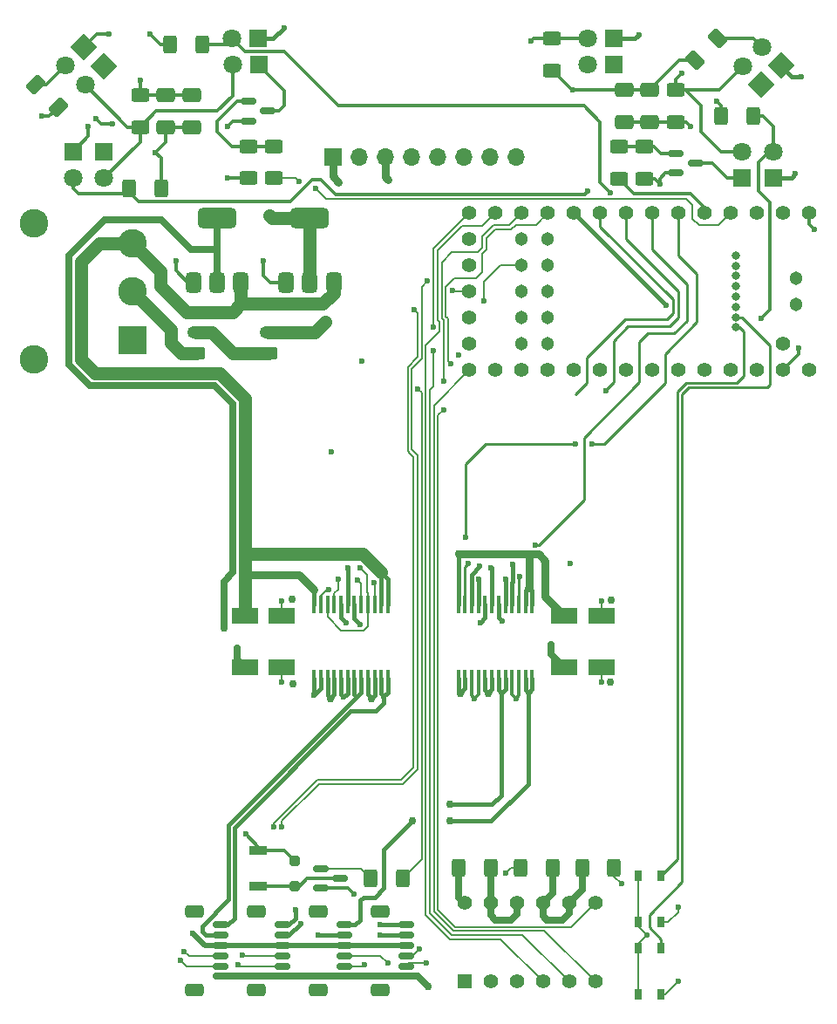
<source format=gtl>
G04 #@! TF.GenerationSoftware,KiCad,Pcbnew,9.0.0*
G04 #@! TF.CreationDate,2025-03-14T13:45:30-04:00*
G04 #@! TF.ProjectId,Gmouse,476d6f75-7365-42e6-9b69-6361645f7063,rev?*
G04 #@! TF.SameCoordinates,Original*
G04 #@! TF.FileFunction,Copper,L1,Top*
G04 #@! TF.FilePolarity,Positive*
%FSLAX46Y46*%
G04 Gerber Fmt 4.6, Leading zero omitted, Abs format (unit mm)*
G04 Created by KiCad (PCBNEW 9.0.0) date 2025-03-14 13:45:30*
%MOMM*%
%LPD*%
G01*
G04 APERTURE LIST*
G04 Aperture macros list*
%AMRoundRect*
0 Rectangle with rounded corners*
0 $1 Rounding radius*
0 $2 $3 $4 $5 $6 $7 $8 $9 X,Y pos of 4 corners*
0 Add a 4 corners polygon primitive as box body*
4,1,4,$2,$3,$4,$5,$6,$7,$8,$9,$2,$3,0*
0 Add four circle primitives for the rounded corners*
1,1,$1+$1,$2,$3*
1,1,$1+$1,$4,$5*
1,1,$1+$1,$6,$7*
1,1,$1+$1,$8,$9*
0 Add four rect primitives between the rounded corners*
20,1,$1+$1,$2,$3,$4,$5,0*
20,1,$1+$1,$4,$5,$6,$7,0*
20,1,$1+$1,$6,$7,$8,$9,0*
20,1,$1+$1,$8,$9,$2,$3,0*%
%AMRotRect*
0 Rectangle, with rotation*
0 The origin of the aperture is its center*
0 $1 length*
0 $2 width*
0 $3 Rotation angle, in degrees counterclockwise*
0 Add horizontal line*
21,1,$1,$2,0,0,$3*%
G04 Aperture macros list end*
G04 #@! TA.AperFunction,SMDPad,CuDef*
%ADD10RoundRect,0.150000X-0.587500X-0.150000X0.587500X-0.150000X0.587500X0.150000X-0.587500X0.150000X0*%
G04 #@! TD*
G04 #@! TA.AperFunction,SMDPad,CuDef*
%ADD11RoundRect,0.250000X0.625000X-0.400000X0.625000X0.400000X-0.625000X0.400000X-0.625000X-0.400000X0*%
G04 #@! TD*
G04 #@! TA.AperFunction,ComponentPad*
%ADD12R,1.700000X1.700000*%
G04 #@! TD*
G04 #@! TA.AperFunction,ComponentPad*
%ADD13O,1.700000X1.700000*%
G04 #@! TD*
G04 #@! TA.AperFunction,ComponentPad*
%ADD14RoundRect,0.250000X0.625000X-0.350000X0.625000X0.350000X-0.625000X0.350000X-0.625000X-0.350000X0*%
G04 #@! TD*
G04 #@! TA.AperFunction,ComponentPad*
%ADD15O,1.750000X1.200000*%
G04 #@! TD*
G04 #@! TA.AperFunction,SMDPad,CuDef*
%ADD16RoundRect,0.250000X-0.400000X-0.625000X0.400000X-0.625000X0.400000X0.625000X-0.400000X0.625000X0*%
G04 #@! TD*
G04 #@! TA.AperFunction,SMDPad,CuDef*
%ADD17RoundRect,0.250000X0.400000X0.625000X-0.400000X0.625000X-0.400000X-0.625000X0.400000X-0.625000X0*%
G04 #@! TD*
G04 #@! TA.AperFunction,SMDPad,CuDef*
%ADD18RoundRect,0.250000X-0.625000X0.400000X-0.625000X-0.400000X0.625000X-0.400000X0.625000X0.400000X0*%
G04 #@! TD*
G04 #@! TA.AperFunction,SMDPad,CuDef*
%ADD19RoundRect,0.250000X-1.050000X-0.550000X1.050000X-0.550000X1.050000X0.550000X-1.050000X0.550000X0*%
G04 #@! TD*
G04 #@! TA.AperFunction,ComponentPad*
%ADD20R,1.800000X1.800000*%
G04 #@! TD*
G04 #@! TA.AperFunction,ComponentPad*
%ADD21C,1.800000*%
G04 #@! TD*
G04 #@! TA.AperFunction,SMDPad,CuDef*
%ADD22RoundRect,0.250000X-0.650000X0.412500X-0.650000X-0.412500X0.650000X-0.412500X0.650000X0.412500X0*%
G04 #@! TD*
G04 #@! TA.AperFunction,SMDPad,CuDef*
%ADD23RoundRect,0.250000X-0.159099X0.724784X-0.724784X0.159099X0.159099X-0.724784X0.724784X-0.159099X0*%
G04 #@! TD*
G04 #@! TA.AperFunction,SMDPad,CuDef*
%ADD24RoundRect,0.250000X-0.724784X-0.159099X-0.159099X-0.724784X0.724784X0.159099X0.159099X0.724784X0*%
G04 #@! TD*
G04 #@! TA.AperFunction,ComponentPad*
%ADD25RotRect,1.800000X1.800000X225.000000*%
G04 #@! TD*
G04 #@! TA.AperFunction,SMDPad,CuDef*
%ADD26RoundRect,0.150000X0.625000X-0.150000X0.625000X0.150000X-0.625000X0.150000X-0.625000X-0.150000X0*%
G04 #@! TD*
G04 #@! TA.AperFunction,SMDPad,CuDef*
%ADD27RoundRect,0.250000X0.650000X-0.350000X0.650000X0.350000X-0.650000X0.350000X-0.650000X-0.350000X0*%
G04 #@! TD*
G04 #@! TA.AperFunction,SMDPad,CuDef*
%ADD28RoundRect,0.250000X0.650000X-0.412500X0.650000X0.412500X-0.650000X0.412500X-0.650000X-0.412500X0*%
G04 #@! TD*
G04 #@! TA.AperFunction,ComponentPad*
%ADD29R,1.397000X1.397000*%
G04 #@! TD*
G04 #@! TA.AperFunction,ComponentPad*
%ADD30C,1.397000*%
G04 #@! TD*
G04 #@! TA.AperFunction,ComponentPad*
%ADD31C,1.404000*%
G04 #@! TD*
G04 #@! TA.AperFunction,ComponentPad*
%ADD32C,1.304000*%
G04 #@! TD*
G04 #@! TA.AperFunction,ComponentPad*
%ADD33C,0.804000*%
G04 #@! TD*
G04 #@! TA.AperFunction,SMDPad,CuDef*
%ADD34R,0.450000X1.750000*%
G04 #@! TD*
G04 #@! TA.AperFunction,SMDPad,CuDef*
%ADD35R,0.750000X1.000000*%
G04 #@! TD*
G04 #@! TA.AperFunction,ComponentPad*
%ADD36R,2.775000X2.775000*%
G04 #@! TD*
G04 #@! TA.AperFunction,ComponentPad*
%ADD37C,2.775000*%
G04 #@! TD*
G04 #@! TA.AperFunction,ComponentPad*
%ADD38RotRect,1.800000X1.800000X135.000000*%
G04 #@! TD*
G04 #@! TA.AperFunction,SMDPad,CuDef*
%ADD39R,1.800000X0.900000*%
G04 #@! TD*
G04 #@! TA.AperFunction,SMDPad,CuDef*
%ADD40RoundRect,0.375000X0.375000X-0.625000X0.375000X0.625000X-0.375000X0.625000X-0.375000X-0.625000X0*%
G04 #@! TD*
G04 #@! TA.AperFunction,SMDPad,CuDef*
%ADD41RoundRect,0.500000X1.400000X-0.500000X1.400000X0.500000X-1.400000X0.500000X-1.400000X-0.500000X0*%
G04 #@! TD*
G04 #@! TA.AperFunction,SMDPad,CuDef*
%ADD42RoundRect,0.250000X-0.250000X0.250000X-0.250000X-0.250000X0.250000X-0.250000X0.250000X0.250000X0*%
G04 #@! TD*
G04 #@! TA.AperFunction,ViaPad*
%ADD43C,0.762000*%
G04 #@! TD*
G04 #@! TA.AperFunction,ViaPad*
%ADD44C,0.600000*%
G04 #@! TD*
G04 #@! TA.AperFunction,Conductor*
%ADD45C,1.270000*%
G04 #@! TD*
G04 #@! TA.AperFunction,Conductor*
%ADD46C,0.304800*%
G04 #@! TD*
G04 #@! TA.AperFunction,Conductor*
%ADD47C,0.381000*%
G04 #@! TD*
G04 #@! TA.AperFunction,Conductor*
%ADD48C,0.200000*%
G04 #@! TD*
G04 #@! TA.AperFunction,Conductor*
%ADD49C,0.635000*%
G04 #@! TD*
G04 #@! TA.AperFunction,Conductor*
%ADD50C,0.762000*%
G04 #@! TD*
G04 #@! TA.AperFunction,Conductor*
%ADD51C,0.508000*%
G04 #@! TD*
G04 #@! TA.AperFunction,Conductor*
%ADD52C,0.254000*%
G04 #@! TD*
G04 APERTURE END LIST*
D10*
X84062500Y-126050000D03*
X84062500Y-127950000D03*
X85937500Y-127000000D03*
D11*
X118500000Y-53550000D03*
X118500000Y-50450000D03*
D12*
X85220000Y-57000000D03*
D13*
X87760000Y-57000000D03*
X90300000Y-57000000D03*
X92840000Y-57000000D03*
X95380000Y-57000000D03*
X97920000Y-57000000D03*
X100460000Y-57000000D03*
X103000000Y-57000000D03*
D14*
X79000000Y-76000000D03*
D15*
X79000000Y-74000000D03*
D16*
X65450000Y-60000000D03*
X68550000Y-60000000D03*
D17*
X126050000Y-53000000D03*
X122950000Y-53000000D03*
D16*
X103450000Y-126000000D03*
X106550000Y-126000000D03*
D18*
X115500000Y-55950000D03*
X115500000Y-59050000D03*
D19*
X76700000Y-106500000D03*
X80300000Y-106500000D03*
X76700000Y-101500000D03*
X80300000Y-101500000D03*
X107700000Y-106500000D03*
X111300000Y-106500000D03*
D20*
X78000000Y-45485000D03*
D21*
X75460000Y-45485000D03*
D22*
X69000000Y-50937500D03*
X69000000Y-54062500D03*
D20*
X112540000Y-45485000D03*
D21*
X110000000Y-45485000D03*
D23*
X122596016Y-45403984D03*
X120403984Y-47596016D03*
D24*
X56403984Y-49903984D03*
X58596016Y-52096016D03*
D25*
X61072900Y-46269800D03*
D21*
X59276849Y-48065851D03*
D20*
X112540000Y-48000000D03*
D21*
X110000000Y-48000000D03*
D26*
X74325000Y-136500000D03*
X74325000Y-135500000D03*
X74325000Y-134500000D03*
X74325000Y-133500000D03*
X74325000Y-132500000D03*
X74325000Y-131500000D03*
D27*
X71800000Y-137800000D03*
X71800000Y-130200000D03*
D17*
X92000000Y-127000000D03*
X88900000Y-127000000D03*
D28*
X113500000Y-53562500D03*
X113500000Y-50437500D03*
D20*
X63000000Y-56460000D03*
D21*
X63000000Y-59000000D03*
D29*
X98000000Y-137000000D03*
D30*
X100540000Y-137000000D03*
X103080000Y-137000000D03*
X105620000Y-137000000D03*
X108160000Y-137000000D03*
X110700000Y-137000000D03*
X110700000Y-129380000D03*
X108160000Y-129380000D03*
X105620000Y-129380000D03*
X103080000Y-129380000D03*
X100540000Y-129380000D03*
X98000000Y-129380000D03*
D20*
X78040000Y-48000000D03*
D21*
X75500000Y-48000000D03*
D28*
X116000000Y-53562500D03*
X116000000Y-50437500D03*
D20*
X60000000Y-56460000D03*
D21*
X60000000Y-59000000D03*
D31*
X131510000Y-62380000D03*
X128970000Y-62380000D03*
X126430000Y-62380000D03*
X123890000Y-62380000D03*
X121350000Y-62380000D03*
X118810000Y-62380000D03*
X116270000Y-62380000D03*
X113730000Y-62380000D03*
X111190000Y-62380000D03*
X108650000Y-62380000D03*
X106110000Y-62380000D03*
X103570000Y-62380000D03*
X101030000Y-62380000D03*
X98490000Y-62380000D03*
X98490000Y-64920000D03*
X98490000Y-67460000D03*
X98490000Y-70000000D03*
X98490000Y-72540000D03*
X98490000Y-75080000D03*
X98490000Y-77620000D03*
X101030000Y-77620000D03*
X103570000Y-77620000D03*
X106110000Y-77620000D03*
X108650000Y-77620000D03*
X111190000Y-77620000D03*
X113730000Y-77620000D03*
X116270000Y-77620000D03*
X118810000Y-77620000D03*
X121350000Y-77620000D03*
X123890000Y-77620000D03*
X126430000Y-77620000D03*
X128970000Y-77620000D03*
X131510000Y-77620000D03*
X128970000Y-75080000D03*
D32*
X103570000Y-75080000D03*
X106110000Y-75080000D03*
X103570000Y-72540000D03*
X106110000Y-72540000D03*
X103570000Y-70000000D03*
X106110000Y-70000000D03*
X103570000Y-67460000D03*
X106110000Y-67460000D03*
X103570000Y-64920000D03*
X106110000Y-64920000D03*
D33*
X124371600Y-73500000D03*
X124371600Y-72500000D03*
X124371600Y-71500000D03*
X124371600Y-70500000D03*
X124371600Y-69500000D03*
X124371600Y-68500000D03*
X124371600Y-67500000D03*
X124371600Y-66500000D03*
D32*
X130240000Y-71270000D03*
X130240000Y-68730000D03*
D10*
X77062500Y-51550000D03*
X77062500Y-53450000D03*
X78937500Y-52500000D03*
D18*
X106500000Y-45450000D03*
X106500000Y-48550000D03*
X66500000Y-50950000D03*
X66500000Y-54050000D03*
D17*
X72550000Y-46000000D03*
X69450000Y-46000000D03*
D10*
X118562500Y-56600000D03*
X118562500Y-58500000D03*
X120437500Y-57550000D03*
D11*
X79500000Y-59000000D03*
X79500000Y-55900000D03*
D34*
X97425000Y-107600000D03*
X98075000Y-107600000D03*
X98725000Y-107600000D03*
X99375000Y-107600000D03*
X100025000Y-107600000D03*
X100675000Y-107600000D03*
X101325000Y-107600000D03*
X101975000Y-107600000D03*
X102625000Y-107600000D03*
X103275000Y-107600000D03*
X103925000Y-107600000D03*
X104575000Y-107600000D03*
X104575000Y-100400000D03*
X103925000Y-100400000D03*
X103275000Y-100400000D03*
X102625000Y-100400000D03*
X101975000Y-100400000D03*
X101325000Y-100400000D03*
X100675000Y-100400000D03*
X100025000Y-100400000D03*
X99375000Y-100400000D03*
X98725000Y-100400000D03*
X98075000Y-100400000D03*
X97425000Y-100400000D03*
D35*
X114925000Y-126750000D03*
X114925000Y-131250000D03*
X117075000Y-126750000D03*
X117075000Y-131250000D03*
D19*
X107700000Y-101500000D03*
X111300000Y-101500000D03*
D25*
X62971000Y-48167800D03*
D21*
X61174949Y-49963851D03*
D36*
X65765000Y-74700000D03*
D37*
X65765000Y-70000000D03*
X65765000Y-65300000D03*
X56235000Y-76605000D03*
X56235000Y-63395000D03*
D26*
X80325000Y-136500000D03*
X80325000Y-135500000D03*
X80325000Y-134500000D03*
X80325000Y-133500000D03*
X80325000Y-132500000D03*
X80325000Y-131500000D03*
D27*
X77800000Y-137800000D03*
X77800000Y-130200000D03*
D38*
X126832200Y-49971000D03*
D21*
X125036149Y-48174949D03*
D35*
X114925000Y-133750000D03*
X114925000Y-138250000D03*
X117075000Y-133750000D03*
X117075000Y-138250000D03*
D39*
X78000000Y-127750000D03*
X78000000Y-124250000D03*
D34*
X83425000Y-107600000D03*
X84075000Y-107600000D03*
X84725000Y-107600000D03*
X85375000Y-107600000D03*
X86025000Y-107600000D03*
X86675000Y-107600000D03*
X87325000Y-107600000D03*
X87975000Y-107600000D03*
X88625000Y-107600000D03*
X89275000Y-107600000D03*
X89925000Y-107600000D03*
X90575000Y-107600000D03*
X90575000Y-100400000D03*
X89925000Y-100400000D03*
X89275000Y-100400000D03*
X88625000Y-100400000D03*
X87975000Y-100400000D03*
X87325000Y-100400000D03*
X86675000Y-100400000D03*
X86025000Y-100400000D03*
X85375000Y-100400000D03*
X84725000Y-100400000D03*
X84075000Y-100400000D03*
X83425000Y-100400000D03*
D20*
X128000000Y-59000000D03*
D21*
X128000000Y-56460000D03*
D38*
X128730200Y-48072900D03*
D21*
X126934149Y-46276849D03*
D26*
X92325000Y-136500000D03*
X92325000Y-135500000D03*
X92325000Y-134500000D03*
X92325000Y-133500000D03*
X92325000Y-132500000D03*
X92325000Y-131500000D03*
D27*
X89800000Y-137800000D03*
X89800000Y-130200000D03*
D14*
X72000000Y-76000000D03*
D15*
X72000000Y-74000000D03*
D18*
X77000000Y-55900000D03*
X77000000Y-59000000D03*
D40*
X71700000Y-69150000D03*
X74000000Y-69150000D03*
D41*
X74000000Y-62850000D03*
D40*
X76300000Y-69150000D03*
D26*
X86325000Y-136500000D03*
X86325000Y-135500000D03*
X86325000Y-134500000D03*
X86325000Y-133500000D03*
X86325000Y-132500000D03*
X86325000Y-131500000D03*
D27*
X83800000Y-137800000D03*
X83800000Y-130200000D03*
D22*
X71500000Y-50937500D03*
X71500000Y-54062500D03*
D42*
X81500000Y-125250000D03*
X81500000Y-127750000D03*
D16*
X97450000Y-126000000D03*
X100550000Y-126000000D03*
D20*
X125000000Y-59000000D03*
D21*
X125000000Y-56460000D03*
D16*
X109450000Y-126000000D03*
X112550000Y-126000000D03*
D11*
X113000000Y-59050000D03*
X113000000Y-55950000D03*
D40*
X80700000Y-69150000D03*
X83000000Y-69150000D03*
D41*
X83000000Y-62850000D03*
D40*
X85300000Y-69150000D03*
D43*
X112200000Y-107900000D03*
X112300000Y-100000000D03*
X94500000Y-137500000D03*
X90600000Y-59200000D03*
X85000000Y-109500000D03*
D44*
X75000000Y-59000000D03*
D43*
X81300000Y-99900000D03*
D44*
X99000000Y-109500000D03*
X103000000Y-109500000D03*
X57000000Y-53000000D03*
X87900000Y-102300000D03*
D43*
X81400000Y-108100000D03*
D44*
X68000000Y-56500000D03*
X78500000Y-67000000D03*
X132000000Y-64000000D03*
X117000000Y-59550000D03*
X111300000Y-107926000D03*
X80300000Y-107909800D03*
X67500000Y-45000000D03*
X70000000Y-67000000D03*
X80300000Y-100077100D03*
X108500000Y-50437500D03*
X111300000Y-100071000D03*
D43*
X84500000Y-73000000D03*
D44*
X75000000Y-54000000D03*
X101700000Y-102000000D03*
X96850000Y-69950000D03*
X122500000Y-51500000D03*
D43*
X89000000Y-109500000D03*
D44*
X106000000Y-131000000D03*
X87250000Y-128500000D03*
X130500000Y-75500000D03*
D43*
X97450000Y-95500000D03*
X105850000Y-99650000D03*
X88150000Y-95500000D03*
X76700000Y-97500000D03*
X74650000Y-102700000D03*
D44*
X103080000Y-130420000D03*
X106400000Y-104300000D03*
X80500000Y-44400000D03*
X99531000Y-102150000D03*
X75900000Y-104600000D03*
X120000000Y-54000000D03*
D43*
X85800000Y-59400000D03*
D44*
X130150000Y-58600000D03*
X71600000Y-132300000D03*
X63500000Y-45000000D03*
X61500000Y-54000000D03*
D43*
X79100000Y-62600000D03*
D44*
X130750000Y-49150000D03*
X115750000Y-132500000D03*
X114950000Y-45100000D03*
X86519000Y-102150000D03*
X66500000Y-49500000D03*
X76800000Y-122700000D03*
X93646900Y-133800300D03*
X89800000Y-131500000D03*
D43*
X97600000Y-109000000D03*
D44*
X89800000Y-132500000D03*
D43*
X100300000Y-109000000D03*
D44*
X94291500Y-135194100D03*
D43*
X96600000Y-121400000D03*
X93000000Y-121400000D03*
D44*
X88322700Y-135391200D03*
X99900000Y-70900000D03*
X93100000Y-71800000D03*
X79500000Y-122000000D03*
X76050000Y-135350000D03*
X80300000Y-122000000D03*
X76450000Y-134400000D03*
X94400000Y-69000000D03*
X86300000Y-109400000D03*
X82100000Y-131350000D03*
X87550000Y-109350000D03*
X70400000Y-134900000D03*
X70800000Y-134050000D03*
X110000000Y-60300000D03*
X63800000Y-53700000D03*
X62200000Y-53200000D03*
X112200000Y-60400000D03*
X104500000Y-45700000D03*
X126800000Y-72650000D03*
X81950000Y-59300000D03*
X83550000Y-60000000D03*
X83800000Y-132500000D03*
D43*
X96600000Y-119800000D03*
D44*
X90547100Y-135194100D03*
X108800000Y-84800000D03*
X110400000Y-84800000D03*
X98400000Y-96400000D03*
X98100000Y-93900000D03*
X104900000Y-94600000D03*
X103400000Y-97700000D03*
X119100000Y-48850000D03*
X99511700Y-96688300D03*
X102700000Y-96500000D03*
X117600000Y-71330000D03*
X86700000Y-96800000D03*
X100600000Y-96800000D03*
X99400000Y-97900000D03*
X101975000Y-97925000D03*
X90200000Y-109300000D03*
X88059600Y-76737300D03*
X87838100Y-96807100D03*
X87641200Y-98003500D03*
X85728400Y-97948500D03*
X97457400Y-76152600D03*
X108252400Y-96399300D03*
X89212300Y-98316700D03*
X111717100Y-79634300D03*
X84805800Y-98972200D03*
X85089200Y-85578600D03*
X81600000Y-130000000D03*
X83425000Y-109175000D03*
X113250000Y-127500000D03*
X118750000Y-129750000D03*
X118750000Y-137000000D03*
X102000000Y-126500000D03*
X96650000Y-77000000D03*
X93500000Y-79500000D03*
X96000000Y-78750000D03*
X96000000Y-81500000D03*
X95000000Y-75750000D03*
X95000000Y-73500000D03*
D45*
X73500000Y-74000000D02*
X75500000Y-76000000D01*
X72000000Y-74000000D02*
X73500000Y-74000000D01*
X75500000Y-76000000D02*
X79000000Y-76000000D01*
X69500000Y-75000000D02*
X69500000Y-73735000D01*
X70500000Y-76000000D02*
X69500000Y-75000000D01*
X72000000Y-76000000D02*
X70500000Y-76000000D01*
X69500000Y-73735000D02*
X65765000Y-70000000D01*
D46*
X68000000Y-56500000D02*
X69000000Y-55500000D01*
X108500000Y-50437500D02*
X113500000Y-50437500D01*
D47*
X101325000Y-101625000D02*
X101700000Y-102000000D01*
D46*
X113500000Y-50437500D02*
X116000000Y-50437500D01*
X71500000Y-54062500D02*
X69000000Y-54062500D01*
D47*
X84725000Y-107600000D02*
X84725000Y-109225000D01*
D48*
X118562000Y-58500000D02*
X118562500Y-58500000D01*
D47*
X89000000Y-109500000D02*
X89275000Y-109225000D01*
D46*
X131510000Y-63510000D02*
X132000000Y-64000000D01*
D49*
X106000000Y-131000000D02*
X107500000Y-131000000D01*
D47*
X88625000Y-107600000D02*
X88625000Y-109125000D01*
D46*
X75550000Y-53450000D02*
X75000000Y-54000000D01*
X115500000Y-59050000D02*
X116500000Y-59050000D01*
X68550000Y-57050000D02*
X68000000Y-56500000D01*
X99375000Y-109125000D02*
X99375000Y-107600000D01*
X84062500Y-127950000D02*
X86700000Y-127950000D01*
D49*
X92325000Y-136500000D02*
X93500000Y-136500000D01*
D46*
X122950000Y-53000000D02*
X122950000Y-51950000D01*
X116500000Y-59050000D02*
X117000000Y-59550000D01*
X131510000Y-62380000D02*
X131510000Y-63510000D01*
X69450000Y-46000000D02*
X68500000Y-46000000D01*
D50*
X90300000Y-57000000D02*
X90300000Y-58900000D01*
D49*
X106550000Y-128450000D02*
X105620000Y-129380000D01*
D47*
X87325000Y-100400000D02*
X87325000Y-101725000D01*
D48*
X111300000Y-100071000D02*
X111300000Y-101500000D01*
D47*
X85375000Y-109125000D02*
X85375000Y-107600000D01*
D49*
X86325000Y-136500000D02*
X92325000Y-136500000D01*
X108160000Y-130340000D02*
X108160000Y-129380000D01*
D46*
X128970000Y-77620000D02*
X130500000Y-76090000D01*
X103275000Y-109225000D02*
X103275000Y-107600000D01*
X106550000Y-48550000D02*
X108438000Y-50437500D01*
X122950000Y-51950000D02*
X122500000Y-51500000D01*
X71150000Y-69150000D02*
X70000000Y-68000000D01*
X118841000Y-47596000D02*
X116000000Y-50437500D01*
X130500000Y-76090000D02*
X130500000Y-75500000D01*
X98725000Y-109225000D02*
X99000000Y-109500000D01*
D47*
X87325000Y-101725000D02*
X87900000Y-102300000D01*
D46*
X108438000Y-50437500D02*
X108500000Y-50437500D01*
X99000000Y-109500000D02*
X99375000Y-109125000D01*
X70000000Y-68000000D02*
X70000000Y-67000000D01*
D49*
X105620000Y-129380000D02*
X105620000Y-130620000D01*
D46*
X57692000Y-53000000D02*
X57000000Y-53000000D01*
X79150000Y-69150000D02*
X78500000Y-68500000D01*
X58596000Y-52096000D02*
X57692000Y-53000000D01*
X80700000Y-69150000D02*
X79150000Y-69150000D01*
D49*
X80325000Y-136500000D02*
X86325000Y-136500000D01*
D46*
X103000000Y-109500000D02*
X103275000Y-109225000D01*
X86700000Y-127950000D02*
X87250000Y-128500000D01*
D47*
X101325000Y-100400000D02*
X101325000Y-101625000D01*
D45*
X79000000Y-74000000D02*
X83500000Y-74000000D01*
D49*
X109450000Y-128090000D02*
X108160000Y-129380000D01*
D50*
X90300000Y-58900000D02*
X90600000Y-59200000D01*
D46*
X117000000Y-59050000D02*
X117550000Y-58500000D01*
X117550000Y-58500000D02*
X118562000Y-58500000D01*
D48*
X98490000Y-70000000D02*
X96900000Y-70000000D01*
D47*
X88625000Y-109125000D02*
X89000000Y-109500000D01*
D46*
X77000000Y-59000000D02*
X75000000Y-59000000D01*
D49*
X93500000Y-136500000D02*
X94500000Y-137500000D01*
D46*
X77062500Y-53450000D02*
X75550000Y-53450000D01*
D47*
X85000000Y-109500000D02*
X85375000Y-109125000D01*
D46*
X68550000Y-60000000D02*
X68550000Y-57050000D01*
D49*
X105620000Y-130620000D02*
X106000000Y-131000000D01*
D46*
X120404000Y-47596000D02*
X118841000Y-47596000D01*
D49*
X109450000Y-126000000D02*
X109450000Y-128090000D01*
D46*
X69000000Y-55500000D02*
X69000000Y-54062500D01*
D48*
X96900000Y-70000000D02*
X96850000Y-69950000D01*
D46*
X102625000Y-107600000D02*
X102625000Y-109125000D01*
D48*
X80300000Y-107909800D02*
X80300000Y-106500000D01*
D47*
X89275000Y-109225000D02*
X89275000Y-107600000D01*
D49*
X107500000Y-131000000D02*
X108160000Y-130340000D01*
D46*
X78500000Y-68500000D02*
X78500000Y-67000000D01*
D47*
X84725000Y-109225000D02*
X85000000Y-109500000D01*
D46*
X117000000Y-59550000D02*
X117000000Y-59050000D01*
X98725000Y-107600000D02*
X98725000Y-109225000D01*
X71700000Y-69150000D02*
X71150000Y-69150000D01*
D49*
X74325000Y-136500000D02*
X80325000Y-136500000D01*
D48*
X80300000Y-100077100D02*
X80300000Y-101500000D01*
D49*
X106550000Y-126000000D02*
X106550000Y-128450000D01*
D45*
X83500000Y-74000000D02*
X84500000Y-73000000D01*
D46*
X106500000Y-48550000D02*
X106550000Y-48550000D01*
X68500000Y-46000000D02*
X67500000Y-45000000D01*
X102625000Y-109125000D02*
X103000000Y-109500000D01*
D48*
X111300000Y-106500000D02*
X111300000Y-107926000D01*
D45*
X76700000Y-95500000D02*
X76700000Y-97500000D01*
X75500000Y-72000000D02*
X71000000Y-72000000D01*
X88150000Y-95500000D02*
X76700000Y-95500000D01*
D47*
X104575000Y-99075000D02*
X104250000Y-98750000D01*
X97425000Y-95525000D02*
X97450000Y-95500000D01*
X90575000Y-97925000D02*
X89925000Y-97275000D01*
D45*
X89925000Y-97275000D02*
X88150000Y-95500000D01*
D50*
X104300000Y-98700000D02*
X104250000Y-98750000D01*
X104300000Y-95500000D02*
X105200000Y-95500000D01*
D45*
X76700000Y-80400000D02*
X76700000Y-95500000D01*
X76300000Y-69150000D02*
X76300000Y-71200000D01*
D50*
X105850000Y-99650000D02*
X107700000Y-101500000D01*
D45*
X74250000Y-77950000D02*
X76700000Y-80400000D01*
X65765000Y-65300000D02*
X62600000Y-65300000D01*
X62600000Y-65300000D02*
X60750000Y-67150000D01*
X60750000Y-67150000D02*
X60750000Y-76600000D01*
X71000000Y-72000000D02*
X68500000Y-69500000D01*
X84250000Y-71200000D02*
X85300000Y-70150000D01*
D47*
X104575000Y-100400000D02*
X104575000Y-99075000D01*
D45*
X76300000Y-71200000D02*
X75500000Y-72000000D01*
X76300000Y-71200000D02*
X84250000Y-71200000D01*
X68500000Y-69500000D02*
X68500000Y-68035000D01*
D47*
X83425000Y-100400000D02*
X83425000Y-98975000D01*
X104250000Y-98750000D02*
X103925000Y-99075000D01*
D50*
X81950000Y-97500000D02*
X76700000Y-97500000D01*
D45*
X62100000Y-77950000D02*
X74250000Y-77950000D01*
D47*
X90575000Y-100400000D02*
X90575000Y-97925000D01*
D45*
X76700000Y-97500000D02*
X76700000Y-101500000D01*
D50*
X97450000Y-95500000D02*
X104300000Y-95500000D01*
X105200000Y-95500000D02*
X105850000Y-96150000D01*
X83425000Y-98975000D02*
X81950000Y-97500000D01*
D47*
X89925000Y-100400000D02*
X89925000Y-97275000D01*
D45*
X60750000Y-76600000D02*
X62100000Y-77950000D01*
X68500000Y-68035000D02*
X65765000Y-65300000D01*
X85300000Y-70150000D02*
X85300000Y-69150000D01*
D50*
X104300000Y-95500000D02*
X104300000Y-98700000D01*
X105850000Y-96150000D02*
X105850000Y-99650000D01*
D47*
X103925000Y-99075000D02*
X103925000Y-100400000D01*
X97425000Y-100400000D02*
X97425000Y-95525000D01*
D49*
X59596500Y-66503500D02*
X59596500Y-77077800D01*
X59596500Y-77077800D02*
X61622200Y-79103500D01*
X61622200Y-79103500D02*
X73772200Y-79103500D01*
X74000000Y-65950000D02*
X71450000Y-65950000D01*
X68550000Y-63050000D02*
X63050000Y-63050000D01*
X75546500Y-97253500D02*
X74650000Y-98150000D01*
X74650000Y-98150000D02*
X74650000Y-102700000D01*
X71450000Y-65950000D02*
X68550000Y-63050000D01*
X74000000Y-65950000D02*
X74000000Y-62850000D01*
X75546500Y-80877800D02*
X75546500Y-97253500D01*
X74000000Y-69150000D02*
X74000000Y-65950000D01*
X63050000Y-63050000D02*
X59596500Y-66503500D01*
X73772200Y-79103500D02*
X75546500Y-80877800D01*
X76700000Y-106500000D02*
X75900000Y-105700000D01*
D47*
X129807000Y-49150000D02*
X130750000Y-49150000D01*
D46*
X78000000Y-124250000D02*
X80500000Y-124250000D01*
D49*
X100540000Y-130540000D02*
X100540000Y-129380000D01*
D50*
X85220000Y-57000000D02*
X85220000Y-58820000D01*
X85220000Y-58820000D02*
X85800000Y-59400000D01*
D47*
X100025000Y-101656000D02*
X100025000Y-100400000D01*
D49*
X103080000Y-130420000D02*
X102500000Y-131000000D01*
D48*
X69000000Y-50943800D02*
X69000000Y-50937500D01*
D46*
X118500000Y-53550000D02*
X119550000Y-53550000D01*
D47*
X128000000Y-59000000D02*
X129750000Y-59000000D01*
X128730000Y-48072900D02*
X129807000Y-49150000D01*
D46*
X116000000Y-53562500D02*
X118488000Y-53562500D01*
D45*
X83000000Y-62850000D02*
X79350000Y-62850000D01*
D48*
X114925000Y-133325000D02*
X114925000Y-133750000D01*
D46*
X78000000Y-123900000D02*
X76800000Y-122700000D01*
X61500000Y-54960000D02*
X61500000Y-54000000D01*
D49*
X103080000Y-130420000D02*
X103080000Y-129380000D01*
D51*
X80325000Y-133500000D02*
X74325000Y-133500000D01*
D47*
X79415000Y-45485000D02*
X80500000Y-44400000D01*
D49*
X100550000Y-126000000D02*
X100550000Y-129370000D01*
D46*
X61072900Y-46269800D02*
X62342700Y-45000000D01*
D51*
X86325000Y-133500000D02*
X92325000Y-133500000D01*
D46*
X78000000Y-124250000D02*
X78000000Y-123900000D01*
D47*
X78000000Y-45485000D02*
X79415000Y-45485000D01*
D45*
X79350000Y-62850000D02*
X79100000Y-62600000D01*
D48*
X114925000Y-126750000D02*
X114925000Y-131250000D01*
D47*
X112540000Y-45485000D02*
X114565000Y-45485000D01*
X129750000Y-59000000D02*
X130150000Y-58600000D01*
D46*
X66500000Y-50950000D02*
X68993800Y-50950000D01*
D48*
X114925000Y-133750000D02*
X114925000Y-138250000D01*
D46*
X66500000Y-50950000D02*
X66500000Y-49500000D01*
X71487500Y-50950000D02*
X71500000Y-50937500D01*
D49*
X107700000Y-106500000D02*
X106400000Y-105200000D01*
D51*
X74325000Y-133500000D02*
X72800000Y-133500000D01*
D46*
X118488000Y-53562500D02*
X118500000Y-53550000D01*
D49*
X75900000Y-105700000D02*
X75900000Y-104600000D01*
D47*
X86025000Y-101656000D02*
X86025000Y-100400000D01*
D49*
X106400000Y-105200000D02*
X106400000Y-104300000D01*
X102500000Y-131000000D02*
X101000000Y-131000000D01*
X100550000Y-129370000D02*
X100540000Y-129380000D01*
D46*
X62342700Y-45000000D02*
X63500000Y-45000000D01*
D47*
X99531000Y-102150000D02*
X100025000Y-101656000D01*
D45*
X83000000Y-69150000D02*
X83000000Y-62850000D01*
D46*
X119550000Y-53550000D02*
X120000000Y-54000000D01*
X68993800Y-50950000D02*
X71487500Y-50950000D01*
X80500000Y-124250000D02*
X81500000Y-125250000D01*
D51*
X80325000Y-133500000D02*
X86325000Y-133500000D01*
X72800000Y-133500000D02*
X71600000Y-132300000D01*
D49*
X101000000Y-131000000D02*
X100540000Y-130540000D01*
D48*
X114925000Y-131675000D02*
X115750000Y-132500000D01*
X68993800Y-50950000D02*
X69000000Y-50943800D01*
D47*
X114565000Y-45485000D02*
X114950000Y-45100000D01*
X86519000Y-102150000D02*
X86025000Y-101656000D01*
D46*
X113500000Y-53562500D02*
X116000000Y-53562500D01*
X60000000Y-56460000D02*
X61500000Y-54960000D01*
D48*
X115750000Y-132500000D02*
X114925000Y-133325000D01*
X114925000Y-131250000D02*
X114925000Y-131675000D01*
X93646900Y-133800300D02*
X92947200Y-134500000D01*
X92947200Y-134500000D02*
X92325000Y-134500000D01*
D47*
X92325000Y-131500000D02*
X89800000Y-131500000D01*
X97600000Y-109000000D02*
X98075000Y-108525000D01*
X97425000Y-108825000D02*
X97600000Y-109000000D01*
X98075000Y-108525000D02*
X98075000Y-107600000D01*
X97425000Y-107600000D02*
X97425000Y-108825000D01*
X100025000Y-107600000D02*
X100025000Y-108725000D01*
X100300000Y-109000000D02*
X100675000Y-108625000D01*
X100675000Y-108625000D02*
X100675000Y-107600000D01*
X100025000Y-108725000D02*
X100300000Y-109000000D01*
X92325000Y-132500000D02*
X89800000Y-132500000D01*
D48*
X92630900Y-135194100D02*
X92325000Y-135500000D01*
X94291500Y-135194100D02*
X92630900Y-135194100D01*
D47*
X104200000Y-109000000D02*
X104575000Y-108625000D01*
X93000000Y-121400000D02*
X90200000Y-124200000D01*
X100600000Y-121400000D02*
X96600000Y-121400000D01*
X104200000Y-109000000D02*
X104200000Y-117800000D01*
X103925000Y-108725000D02*
X104200000Y-109000000D01*
X87400000Y-131500000D02*
X86325000Y-131500000D01*
X87900000Y-131000000D02*
X87400000Y-131500000D01*
X88200000Y-128800000D02*
X87900000Y-129100000D01*
X90200000Y-127900000D02*
X89300000Y-128800000D01*
X87900000Y-129100000D02*
X87900000Y-131000000D01*
X104200000Y-117800000D02*
X100600000Y-121400000D01*
X104575000Y-108625000D02*
X104575000Y-107600000D01*
X89300000Y-128800000D02*
X88200000Y-128800000D01*
X103925000Y-107600000D02*
X103925000Y-108725000D01*
X90200000Y-124200000D02*
X90200000Y-127900000D01*
D48*
X86325000Y-135500000D02*
X88213900Y-135500000D01*
X88213900Y-135500000D02*
X88322700Y-135391200D01*
X92498000Y-77334900D02*
X93366400Y-76466400D01*
X93448000Y-76384900D02*
X93448000Y-72148000D01*
X93448000Y-72148000D02*
X93100000Y-71800000D01*
X80325000Y-135500000D02*
X76200000Y-135500000D01*
X91833900Y-117399000D02*
X93047000Y-116186000D01*
X79500000Y-121633000D02*
X83499000Y-117634000D01*
X83499000Y-117634000D02*
X83733900Y-117399000D01*
X93047000Y-116186000D02*
X93047000Y-86066100D01*
X92498000Y-85517100D02*
X92498000Y-77334900D01*
X93047000Y-86066100D02*
X92690400Y-85709600D01*
X92690400Y-85709600D02*
X92498000Y-85517100D01*
X99900000Y-70900000D02*
X99900000Y-69100000D01*
X79500000Y-122000000D02*
X79500000Y-121633000D01*
X93366400Y-76466400D02*
X93448000Y-76384900D01*
X76200000Y-135500000D02*
X76050000Y-135350000D01*
X101540000Y-67460000D02*
X103570000Y-67460000D01*
X83733900Y-117399000D02*
X91833900Y-117399000D01*
X99900000Y-69100000D02*
X101540000Y-67460000D01*
X83900000Y-117800000D02*
X92000000Y-117800000D01*
X80325000Y-134500000D02*
X76550000Y-134500000D01*
X92899000Y-85351000D02*
X92899000Y-77501000D01*
X80300000Y-121400000D02*
X83900000Y-117800000D01*
X92000000Y-117800000D02*
X93448000Y-116352000D01*
X80300000Y-122000000D02*
X80300000Y-121400000D01*
X93849000Y-69551000D02*
X94400000Y-69000000D01*
X93849000Y-76551000D02*
X93849000Y-69551000D01*
X76550000Y-134500000D02*
X76450000Y-134400000D01*
X92899000Y-77501000D02*
X93849000Y-76551000D01*
X93448000Y-116352000D02*
X93448000Y-85900000D01*
X93448000Y-85900000D02*
X92899000Y-85351000D01*
D47*
X86025000Y-107600000D02*
X86025000Y-109125000D01*
X86025000Y-109125000D02*
X86300000Y-109400000D01*
X86300000Y-109400000D02*
X86675000Y-109025000D01*
X80950000Y-132500000D02*
X80325000Y-132500000D01*
X82100000Y-131350000D02*
X80950000Y-132500000D01*
X86675000Y-109025000D02*
X86675000Y-107600000D01*
X87325000Y-109125000D02*
X87550000Y-109350000D01*
X87550000Y-109350000D02*
X87975000Y-108925000D01*
X72550000Y-131600000D02*
X72550000Y-132150000D01*
X75100000Y-121800000D02*
X75100000Y-129050000D01*
X72550000Y-132150000D02*
X72900000Y-132500000D01*
X87975000Y-108925000D02*
X87975000Y-107600000D01*
X75100000Y-129050000D02*
X72550000Y-131600000D01*
X72900000Y-132500000D02*
X74325000Y-132500000D01*
X87325000Y-107600000D02*
X87325000Y-109125000D01*
X87550000Y-109350000D02*
X75100000Y-121800000D01*
D48*
X71000000Y-135500000D02*
X70400000Y-134900000D01*
X74325000Y-135500000D02*
X71000000Y-135500000D01*
X74325000Y-134500000D02*
X71250000Y-134500000D01*
X71250000Y-134500000D02*
X70800000Y-134050000D01*
D46*
X82750000Y-127000000D02*
X85937500Y-127000000D01*
X78000000Y-127750000D02*
X81500000Y-127750000D01*
X82000000Y-127750000D02*
X82750000Y-127000000D01*
X81500000Y-127750000D02*
X82000000Y-127750000D01*
X66400000Y-61300000D02*
X81100000Y-61300000D01*
X109703000Y-60596600D02*
X110000000Y-60300000D01*
X60500000Y-60500000D02*
X64950000Y-60500000D01*
X81100000Y-61300000D02*
X83200000Y-59200000D01*
X83200000Y-59200000D02*
X84100000Y-59200000D01*
X65450000Y-60000000D02*
X65450000Y-60350000D01*
X64950000Y-60500000D02*
X65450000Y-60000000D01*
X60000000Y-59000000D02*
X60000000Y-60000000D01*
X60000000Y-60000000D02*
X60500000Y-60500000D01*
X84100000Y-59200000D02*
X85496600Y-60596600D01*
X65450000Y-60350000D02*
X66400000Y-61300000D01*
X85496600Y-60596600D02*
X109703000Y-60596600D01*
X56404000Y-49904000D02*
X57438800Y-49904000D01*
D48*
X59276800Y-48066000D02*
X59276800Y-48065900D01*
D46*
X59276800Y-48066000D02*
X59276900Y-48065900D01*
X62700000Y-53700000D02*
X63800000Y-53700000D01*
X62200000Y-53200000D02*
X62700000Y-53700000D01*
X57438800Y-49904000D02*
X59276800Y-48066000D01*
X74945000Y-46000000D02*
X75460000Y-45485000D01*
X109600000Y-52000000D02*
X111200000Y-53600000D01*
X111200000Y-53600000D02*
X111200000Y-59400000D01*
X75460000Y-45485000D02*
X76721600Y-46746600D01*
X72550000Y-46000000D02*
X74945000Y-46000000D01*
X111200000Y-59400000D02*
X112200000Y-60400000D01*
X76721600Y-46746600D02*
X80546600Y-46746600D01*
X80546600Y-46746600D02*
X85800000Y-52000000D01*
X85800000Y-52000000D02*
X109600000Y-52000000D01*
X104750000Y-45450000D02*
X104500000Y-45700000D01*
X109965000Y-45450000D02*
X110000000Y-45485000D01*
X106500000Y-45450000D02*
X104750000Y-45450000D01*
X106500000Y-45450000D02*
X109965000Y-45450000D01*
D48*
X126085600Y-45428300D02*
X126085500Y-45428300D01*
X126085500Y-45428300D02*
X126085400Y-45428400D01*
D46*
X126085400Y-45428400D02*
X126934000Y-46276900D01*
D48*
X126934100Y-46276800D02*
X126085600Y-45428300D01*
D46*
X122596000Y-45404000D02*
X126061000Y-45404000D01*
X126061000Y-45404000D02*
X126085400Y-45428400D01*
X127700000Y-71750000D02*
X126800000Y-72650000D01*
X127700000Y-61400000D02*
X127700000Y-71750000D01*
X127760000Y-56700000D02*
X127300000Y-56700000D01*
X126550000Y-57450000D02*
X126550000Y-60250000D01*
X126550000Y-60250000D02*
X127700000Y-61400000D01*
X127000000Y-53000000D02*
X128000000Y-54000000D01*
X128000000Y-54000000D02*
X128000000Y-56460000D01*
X126050000Y-53000000D02*
X127000000Y-53000000D01*
X127300000Y-56700000D02*
X126550000Y-57450000D01*
X128000000Y-56460000D02*
X127760000Y-56700000D01*
D48*
X87950000Y-126050000D02*
X88900000Y-127000000D01*
X84062500Y-126050000D02*
X87950000Y-126050000D01*
X120150000Y-62950000D02*
X120150000Y-61650000D01*
X84600000Y-61050000D02*
X83550000Y-60000000D01*
X123890000Y-62380000D02*
X122670000Y-63600000D01*
X81950000Y-59300000D02*
X81650000Y-59000000D01*
X122670000Y-63600000D02*
X120800000Y-63600000D01*
X120150000Y-61650000D02*
X119550000Y-61050000D01*
X119550000Y-61050000D02*
X84600000Y-61050000D01*
X81650000Y-59000000D02*
X79500000Y-59000000D01*
X120800000Y-63600000D02*
X120150000Y-62950000D01*
D46*
X114450000Y-60500000D02*
X113000000Y-59050000D01*
X121350000Y-61850000D02*
X120000000Y-60500000D01*
X121350000Y-62380000D02*
X121350000Y-61850000D01*
X120000000Y-60500000D02*
X114450000Y-60500000D01*
D47*
X101325000Y-108725000D02*
X101600000Y-109000000D01*
X101325000Y-107600000D02*
X101325000Y-108725000D01*
X101600000Y-118900000D02*
X100700000Y-119800000D01*
X101600000Y-109000000D02*
X101600000Y-118900000D01*
X100700000Y-119800000D02*
X96600000Y-119800000D01*
X101975000Y-108625000D02*
X101975000Y-107600000D01*
X86325000Y-132500000D02*
X83800000Y-132500000D01*
X101600000Y-109000000D02*
X101975000Y-108625000D01*
D48*
X89853000Y-134500000D02*
X90547100Y-135194100D01*
X86325000Y-134500000D02*
X89853000Y-134500000D01*
D49*
X97450000Y-128830000D02*
X98000000Y-129380000D01*
X97450000Y-126000000D02*
X97450000Y-128830000D01*
D52*
X118810000Y-66510000D02*
X120600000Y-68300000D01*
X100100000Y-84800000D02*
X98100000Y-86800000D01*
X117500000Y-76100000D02*
X117500000Y-78900000D01*
X120600000Y-73000000D02*
X117500000Y-76100000D01*
X98100000Y-86800000D02*
X98100000Y-93900000D01*
X118810000Y-62380000D02*
X118810000Y-66510000D01*
X108800000Y-84800000D02*
X100100000Y-84800000D01*
X117500000Y-78900000D02*
X111600000Y-84800000D01*
X98075000Y-100400000D02*
X98075000Y-96725000D01*
X111600000Y-84800000D02*
X110400000Y-84800000D01*
X120600000Y-68300000D02*
X120600000Y-73000000D01*
X98075000Y-96725000D02*
X98400000Y-96400000D01*
X105200000Y-94600000D02*
X104900000Y-94600000D01*
X109600000Y-84200000D02*
X109600000Y-90200000D01*
X115000000Y-74900000D02*
X115000000Y-78800000D01*
X116270000Y-62380000D02*
X116270000Y-65970000D01*
X115800000Y-74100000D02*
X115000000Y-74900000D01*
X109600000Y-90200000D02*
X105200000Y-94600000D01*
X103275000Y-100400000D02*
X103275000Y-97825000D01*
X115000000Y-78800000D02*
X109600000Y-84200000D01*
X103275000Y-97825000D02*
X103400000Y-97700000D01*
X116270000Y-65970000D02*
X119600000Y-69300000D01*
X118400000Y-74100000D02*
X115800000Y-74100000D01*
X119600000Y-72900000D02*
X118400000Y-74100000D01*
X119600000Y-69300000D02*
X119600000Y-72900000D01*
D46*
X65261000Y-54050000D02*
X66500000Y-54050000D01*
X68050000Y-52500000D02*
X74000000Y-52500000D01*
X75500000Y-51000000D02*
X75500000Y-48000000D01*
X63000000Y-59000000D02*
X66500000Y-55500000D01*
X74000000Y-52500000D02*
X75500000Y-51000000D01*
X61174900Y-49963900D02*
X65261000Y-54050000D01*
X66500000Y-55500000D02*
X66500000Y-54050000D01*
X66500000Y-54050000D02*
X68050000Y-52500000D01*
X80500000Y-52000000D02*
X80500000Y-50500000D01*
X80500000Y-50500000D02*
X78040000Y-48040000D01*
X80000000Y-52500000D02*
X80500000Y-52000000D01*
X78040000Y-48040000D02*
X78040000Y-48000000D01*
X78937500Y-52500000D02*
X80000000Y-52500000D01*
X122050000Y-57550000D02*
X123500000Y-59000000D01*
X123500000Y-59000000D02*
X125000000Y-59000000D01*
X120438000Y-57550000D02*
X122050000Y-57550000D01*
D48*
X120438000Y-57550000D02*
X120437500Y-57550000D01*
D46*
X118500000Y-49450000D02*
X119100000Y-48850000D01*
X118500000Y-50450000D02*
X119450000Y-50450000D01*
X123898500Y-49312400D02*
X125036000Y-48174900D01*
X121000000Y-52000000D02*
X121000000Y-54500000D01*
D48*
X123898600Y-49312400D02*
X125036100Y-48174900D01*
D46*
X122960000Y-56460000D02*
X125000000Y-56460000D01*
X119450000Y-50450000D02*
X122761000Y-50450000D01*
X118500000Y-50450000D02*
X118500000Y-49450000D01*
X121000000Y-54500000D02*
X122960000Y-56460000D01*
X122761000Y-50450000D02*
X123898500Y-49312400D01*
X118500000Y-50450000D02*
X119450000Y-50450000D01*
D48*
X123898500Y-49312400D02*
X123898600Y-49312400D01*
D46*
X119450000Y-50450000D02*
X121000000Y-52000000D01*
X77062500Y-51550000D02*
X75950000Y-51550000D01*
X75400000Y-55900000D02*
X77000000Y-55900000D01*
X75950000Y-51550000D02*
X74000000Y-53500000D01*
X79500000Y-55900000D02*
X77000000Y-55900000D01*
X74000000Y-54500000D02*
X75400000Y-55900000D01*
X74000000Y-53500000D02*
X74000000Y-54500000D01*
D48*
X118562000Y-56600000D02*
X118562500Y-56600000D01*
D46*
X115500000Y-55950000D02*
X116400000Y-55950000D01*
X113000000Y-55950000D02*
X115500000Y-55950000D01*
X117050000Y-56600000D02*
X118562000Y-56600000D01*
X116400000Y-55950000D02*
X117050000Y-56600000D01*
D47*
X102625000Y-100400000D02*
X102625000Y-98252900D01*
X102700000Y-98177900D02*
X102700000Y-96500000D01*
X99511700Y-96688300D02*
X98700000Y-97500000D01*
X102625000Y-98252900D02*
X102700000Y-98177900D01*
X98700000Y-97500000D02*
X98700000Y-100375000D01*
X98700000Y-100375000D02*
X98725000Y-100400000D01*
X86675000Y-100400000D02*
X86675000Y-96825000D01*
X100675000Y-96875000D02*
X100600000Y-96800000D01*
X100675000Y-100400000D02*
X100675000Y-96875000D01*
X117600000Y-71330000D02*
X108650000Y-62380000D01*
X86675000Y-96825000D02*
X86700000Y-96800000D01*
X99375000Y-100400000D02*
X99375000Y-97925000D01*
X99375000Y-97925000D02*
X99400000Y-97900000D01*
X101975000Y-100400000D02*
X101975000Y-97925000D01*
X90575000Y-108925000D02*
X90575000Y-107600000D01*
X74325000Y-131500000D02*
X75050000Y-131500000D01*
X75682000Y-122041000D02*
X86973100Y-110750000D01*
X86973100Y-110750000D02*
X89400000Y-110750000D01*
X90200000Y-109300000D02*
X90575000Y-108925000D01*
X75682000Y-130868000D02*
X75682000Y-122041000D01*
X75050000Y-131500000D02*
X75682000Y-130868000D01*
X90200000Y-109950000D02*
X90200000Y-109300000D01*
X89400000Y-110750000D02*
X90200000Y-109950000D01*
X89925000Y-107600000D02*
X89925000Y-109025000D01*
X89925000Y-109025000D02*
X90200000Y-109300000D01*
D48*
X86051800Y-102903500D02*
X88220200Y-102903500D01*
X84725000Y-101576700D02*
X86051800Y-102903500D01*
X84725000Y-100400000D02*
X84725000Y-101576700D01*
X88625000Y-102498700D02*
X88625000Y-100400000D01*
X88220200Y-102903500D02*
X88625000Y-102498700D01*
X88576400Y-99174700D02*
X88625000Y-99223300D01*
X87838100Y-96807100D02*
X88576400Y-97545400D01*
X88625000Y-100400000D02*
X88625000Y-99223300D01*
X88576400Y-97545400D02*
X88576400Y-99174700D01*
X85728400Y-98920200D02*
X85728400Y-97948500D01*
X85375000Y-99273600D02*
X85728400Y-98920200D01*
X87975000Y-98337300D02*
X87975000Y-100400000D01*
X85375000Y-100400000D02*
X85375000Y-99273600D01*
X87641200Y-98003500D02*
X87975000Y-98337300D01*
X89275000Y-98379400D02*
X89212300Y-98316700D01*
D52*
X118300000Y-70800000D02*
X118300000Y-72100000D01*
X111190000Y-62380000D02*
X111190000Y-63690000D01*
X117700000Y-72700000D02*
X113600000Y-72700000D01*
X113600000Y-72700000D02*
X109900000Y-76400000D01*
D48*
X89275000Y-100400000D02*
X89275000Y-98379400D01*
D52*
X109900000Y-78900000D02*
X108800000Y-80000000D01*
X118300000Y-72100000D02*
X117700000Y-72700000D01*
X111190000Y-63690000D02*
X118300000Y-70800000D01*
X109900000Y-76400000D02*
X109900000Y-78900000D01*
X118800000Y-70000000D02*
X118800000Y-72500000D01*
X118800000Y-72500000D02*
X117900000Y-73400000D01*
D48*
X84075000Y-100400000D02*
X84075000Y-99521700D01*
X84624500Y-98972200D02*
X84805800Y-98972200D01*
D52*
X112500000Y-74800000D02*
X112500000Y-78800000D01*
X113730000Y-62380000D02*
X113730000Y-64930000D01*
X117900000Y-73400000D02*
X113900000Y-73400000D01*
X111691400Y-79608600D02*
X111600000Y-79700000D01*
X113730000Y-64930000D02*
X118800000Y-70000000D01*
D48*
X84075000Y-99521700D02*
X84624500Y-98972200D01*
X111717100Y-79634300D02*
X111691400Y-79608600D01*
D52*
X113900000Y-73400000D02*
X112500000Y-74800000D01*
X112500000Y-78800000D02*
X111691400Y-79608600D01*
D47*
X84075000Y-107600000D02*
X84075000Y-108525000D01*
X80950000Y-131500000D02*
X81600000Y-130850000D01*
X84075000Y-108525000D02*
X83425000Y-109175000D01*
X83425000Y-107600000D02*
X83425000Y-109175000D01*
X80325000Y-131500000D02*
X80950000Y-131500000D01*
X81600000Y-130850000D02*
X81600000Y-130000000D01*
D48*
X118750000Y-130250000D02*
X117750000Y-131250000D01*
X112550000Y-126800000D02*
X113250000Y-127500000D01*
X112550000Y-126000000D02*
X112550000Y-126800000D01*
X118750000Y-129750000D02*
X118750000Y-130250000D01*
X117750000Y-131250000D02*
X117075000Y-131250000D01*
X102500000Y-126000000D02*
X102000000Y-126500000D01*
X118750000Y-137000000D02*
X117500000Y-138250000D01*
X117500000Y-138250000D02*
X117075000Y-138250000D01*
X103450000Y-126000000D02*
X102500000Y-126000000D01*
X96403000Y-76753000D02*
X96403000Y-72617800D01*
X93849000Y-79849000D02*
X93500000Y-79500000D01*
X92000000Y-127000000D02*
X93849000Y-125151000D01*
X97053000Y-68750000D02*
X99150000Y-68750000D01*
X96203000Y-72417800D02*
X96203000Y-69600000D01*
X99750000Y-66317100D02*
X100151000Y-65916100D01*
X100151000Y-65916100D02*
X100151000Y-64816100D01*
X104940000Y-63550000D02*
X106110000Y-62380000D01*
X96403000Y-72617800D02*
X96203000Y-72417800D01*
X103000000Y-63550000D02*
X104940000Y-63550000D01*
X96203000Y-69600000D02*
X97053000Y-68750000D01*
X93849000Y-125151000D02*
X93849000Y-79849000D01*
X102549000Y-64001000D02*
X103000000Y-63550000D01*
X99750000Y-68150000D02*
X99750000Y-66317100D01*
X99150000Y-68750000D02*
X99750000Y-68150000D01*
X96650000Y-77000000D02*
X96403000Y-76753000D01*
X100966000Y-64001000D02*
X102549000Y-64001000D01*
X100151000Y-64816100D02*
X100966000Y-64001000D01*
X95601000Y-72950000D02*
X95401000Y-72750000D01*
X95401000Y-72750000D02*
X95401000Y-66036100D01*
X95601000Y-73899000D02*
X95601000Y-72950000D01*
X94250000Y-130500000D02*
X94250000Y-75250000D01*
X99722900Y-63687100D02*
X101030000Y-62380000D01*
X97750000Y-63687100D02*
X99722900Y-63687100D01*
X101502000Y-132882000D02*
X96631500Y-132882000D01*
X96631500Y-132882000D02*
X94250000Y-130500000D01*
X95401000Y-66036100D02*
X97750000Y-63687100D01*
X105620000Y-137000000D02*
X101502000Y-132882000D01*
X94250000Y-75250000D02*
X95601000Y-73899000D01*
X95052000Y-130168000D02*
X95052000Y-81058000D01*
X105780000Y-132080000D02*
X96963700Y-132080000D01*
X110700000Y-137000000D02*
X105780000Y-132080000D01*
X96963700Y-132080000D02*
X95052000Y-130168000D01*
X95052000Y-81058000D02*
X98490000Y-77620000D01*
X96802000Y-66200000D02*
X99300000Y-66200000D01*
X95453000Y-130002000D02*
X95453000Y-82047000D01*
X100800000Y-63600000D02*
X102350000Y-63600000D01*
X99300000Y-66200000D02*
X99750000Y-65750000D01*
X95802000Y-72583900D02*
X95802000Y-67200000D01*
X102350000Y-63600000D02*
X103570000Y-62380000D01*
X96000000Y-78750000D02*
X96000000Y-75050000D01*
X97129800Y-131678000D02*
X95453000Y-130002000D01*
X99750000Y-64650000D02*
X100800000Y-63600000D01*
X95802000Y-67200000D02*
X96802000Y-66200000D01*
X96000000Y-75050000D02*
X96002000Y-75048000D01*
X96002000Y-72783900D02*
X95802000Y-72583900D01*
X95453000Y-82047000D02*
X96000000Y-81500000D01*
X99750000Y-65750000D02*
X99750000Y-64650000D01*
X110700000Y-129380000D02*
X108402000Y-131678000D01*
X96002000Y-75048000D02*
X96002000Y-72783900D01*
X108402000Y-131678000D02*
X97129800Y-131678000D01*
X94651000Y-130334000D02*
X94651000Y-79599000D01*
X94658600Y-130341000D02*
X94651000Y-130334000D01*
X95000000Y-79250000D02*
X95000000Y-75750000D01*
X103640000Y-132480000D02*
X96797600Y-132480000D01*
X95000000Y-65870000D02*
X98490000Y-62380000D01*
X96797600Y-132480000D02*
X94658600Y-130341000D01*
X94651000Y-79599000D02*
X95000000Y-79250000D01*
X108160000Y-137000000D02*
X103640000Y-132480000D01*
X95000000Y-73500000D02*
X95000000Y-65870000D01*
D52*
X125150000Y-78200000D02*
X125150000Y-73900000D01*
X125150000Y-73900000D02*
X124750000Y-73500000D01*
X118700000Y-79768400D02*
X119573000Y-78895000D01*
X119573000Y-78895000D02*
X124455000Y-78895000D01*
D48*
X124372000Y-73500000D02*
X124371600Y-73500000D01*
D52*
X118700000Y-125125000D02*
X118700000Y-79768400D01*
X124750000Y-73500000D02*
X124372000Y-73500000D01*
X117075000Y-126750000D02*
X118700000Y-125125000D01*
X124455000Y-78895000D02*
X125150000Y-78200000D01*
X117075000Y-132875000D02*
X115950000Y-131750000D01*
X127700000Y-79050000D02*
X127700000Y-75259900D01*
X119155000Y-79956900D02*
X119762000Y-79350000D01*
X115950000Y-131750000D02*
X115950000Y-130550000D01*
X115950000Y-130550000D02*
X119155000Y-127345000D01*
X117075000Y-133750000D02*
X117075000Y-132875000D01*
X119155000Y-127345000D02*
X119155000Y-79956900D01*
X119762000Y-79350000D02*
X127400000Y-79350000D01*
D48*
X124372000Y-72500000D02*
X124371600Y-72500000D01*
D52*
X127400000Y-79350000D02*
X127700000Y-79050000D01*
X127700000Y-75259900D02*
X124940000Y-72500000D01*
X124940000Y-72500000D02*
X124372000Y-72500000D01*
M02*

</source>
